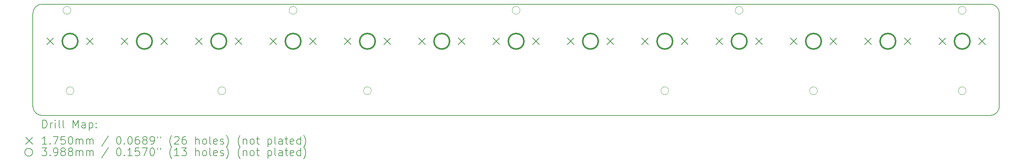
<source format=gbr>
%TF.GenerationSoftware,KiCad,Pcbnew,(6.0.9)*%
%TF.CreationDate,2023-04-02T22:47:38-05:00*%
%TF.ProjectId,Function Keys PCB,46756e63-7469-46f6-9e20-4b6579732050,rev?*%
%TF.SameCoordinates,Original*%
%TF.FileFunction,Drillmap*%
%TF.FilePolarity,Positive*%
%FSLAX45Y45*%
G04 Gerber Fmt 4.5, Leading zero omitted, Abs format (unit mm)*
G04 Created by KiCad (PCBNEW (6.0.9)) date 2023-04-02 22:47:38*
%MOMM*%
%LPD*%
G01*
G04 APERTURE LIST*
%ADD10C,0.100000*%
%ADD11C,0.150000*%
%ADD12C,0.200000*%
%ADD13C,0.175000*%
%ADD14C,0.398780*%
G04 APERTURE END LIST*
D10*
X7243750Y-7223125D02*
G75*
G03*
X7243750Y-7223125I-100000J0D01*
G01*
D11*
X26828750Y-7858125D02*
X2540000Y-7858125D01*
D10*
X20499375Y-5159375D02*
G75*
G03*
X20499375Y-5159375I-100000J0D01*
G01*
D11*
X2540000Y-5000625D02*
G75*
G03*
X2301875Y-5238750I0J-238125D01*
G01*
D10*
X14784375Y-5159375D02*
G75*
G03*
X14784375Y-5159375I-100000J0D01*
G01*
D11*
X27066875Y-5238750D02*
G75*
G03*
X26828750Y-5000625I-238125J0D01*
G01*
D10*
X3354375Y-7223125D02*
G75*
G03*
X3354375Y-7223125I-100000J0D01*
G01*
D11*
X2540000Y-5000625D02*
X26828750Y-5000625D01*
D10*
X18594375Y-7223125D02*
G75*
G03*
X18594375Y-7223125I-100000J0D01*
G01*
X26214375Y-5159375D02*
G75*
G03*
X26214375Y-5159375I-100000J0D01*
G01*
X10974375Y-7223125D02*
G75*
G03*
X10974375Y-7223125I-100000J0D01*
G01*
X9069375Y-5159375D02*
G75*
G03*
X9069375Y-5159375I-100000J0D01*
G01*
X26214375Y-7223125D02*
G75*
G03*
X26214375Y-7223125I-100000J0D01*
G01*
D11*
X2301875Y-7620000D02*
G75*
G03*
X2540000Y-7858125I238125J0D01*
G01*
X2301875Y-7620000D02*
X2301875Y-5238750D01*
D10*
X3275000Y-5159375D02*
G75*
G03*
X3275000Y-5159375I-100000J0D01*
G01*
D11*
X27066875Y-7620000D02*
X27066875Y-5238750D01*
D10*
X22404375Y-7223125D02*
G75*
G03*
X22404375Y-7223125I-100000J0D01*
G01*
D11*
X26828750Y-7858125D02*
G75*
G03*
X27066875Y-7620000I0J238125D01*
G01*
D12*
D13*
X2658875Y-5865625D02*
X2833875Y-6040625D01*
X2833875Y-5865625D02*
X2658875Y-6040625D01*
X3674875Y-5865625D02*
X3849875Y-6040625D01*
X3849875Y-5865625D02*
X3674875Y-6040625D01*
X4563875Y-5865625D02*
X4738875Y-6040625D01*
X4738875Y-5865625D02*
X4563875Y-6040625D01*
X5579875Y-5865625D02*
X5754875Y-6040625D01*
X5754875Y-5865625D02*
X5579875Y-6040625D01*
X6468875Y-5865625D02*
X6643875Y-6040625D01*
X6643875Y-5865625D02*
X6468875Y-6040625D01*
X7484875Y-5865625D02*
X7659875Y-6040625D01*
X7659875Y-5865625D02*
X7484875Y-6040625D01*
X8373875Y-5865625D02*
X8548875Y-6040625D01*
X8548875Y-5865625D02*
X8373875Y-6040625D01*
X9389875Y-5865625D02*
X9564875Y-6040625D01*
X9564875Y-5865625D02*
X9389875Y-6040625D01*
X10278875Y-5865625D02*
X10453875Y-6040625D01*
X10453875Y-5865625D02*
X10278875Y-6040625D01*
X11294875Y-5865625D02*
X11469875Y-6040625D01*
X11469875Y-5865625D02*
X11294875Y-6040625D01*
X12183875Y-5865625D02*
X12358875Y-6040625D01*
X12358875Y-5865625D02*
X12183875Y-6040625D01*
X13199875Y-5865625D02*
X13374875Y-6040625D01*
X13374875Y-5865625D02*
X13199875Y-6040625D01*
X14088875Y-5865625D02*
X14263875Y-6040625D01*
X14263875Y-5865625D02*
X14088875Y-6040625D01*
X15104875Y-5865625D02*
X15279875Y-6040625D01*
X15279875Y-5865625D02*
X15104875Y-6040625D01*
X15993875Y-5865625D02*
X16168875Y-6040625D01*
X16168875Y-5865625D02*
X15993875Y-6040625D01*
X17009875Y-5865625D02*
X17184875Y-6040625D01*
X17184875Y-5865625D02*
X17009875Y-6040625D01*
X17898875Y-5865625D02*
X18073875Y-6040625D01*
X18073875Y-5865625D02*
X17898875Y-6040625D01*
X18914875Y-5865625D02*
X19089875Y-6040625D01*
X19089875Y-5865625D02*
X18914875Y-6040625D01*
X19803875Y-5865625D02*
X19978875Y-6040625D01*
X19978875Y-5865625D02*
X19803875Y-6040625D01*
X20819875Y-5865625D02*
X20994875Y-6040625D01*
X20994875Y-5865625D02*
X20819875Y-6040625D01*
X21708875Y-5865625D02*
X21883875Y-6040625D01*
X21883875Y-5865625D02*
X21708875Y-6040625D01*
X22724875Y-5865625D02*
X22899875Y-6040625D01*
X22899875Y-5865625D02*
X22724875Y-6040625D01*
X23613875Y-5865625D02*
X23788875Y-6040625D01*
X23788875Y-5865625D02*
X23613875Y-6040625D01*
X24629875Y-5865625D02*
X24804875Y-6040625D01*
X24804875Y-5865625D02*
X24629875Y-6040625D01*
X25518875Y-5865625D02*
X25693875Y-6040625D01*
X25693875Y-5865625D02*
X25518875Y-6040625D01*
X26534875Y-5865625D02*
X26709875Y-6040625D01*
X26709875Y-5865625D02*
X26534875Y-6040625D01*
D14*
X3453765Y-5953125D02*
G75*
G03*
X3453765Y-5953125I-199390J0D01*
G01*
X5358765Y-5953125D02*
G75*
G03*
X5358765Y-5953125I-199390J0D01*
G01*
X7263765Y-5953125D02*
G75*
G03*
X7263765Y-5953125I-199390J0D01*
G01*
X9168765Y-5953125D02*
G75*
G03*
X9168765Y-5953125I-199390J0D01*
G01*
X11073765Y-5953125D02*
G75*
G03*
X11073765Y-5953125I-199390J0D01*
G01*
X12978765Y-5953125D02*
G75*
G03*
X12978765Y-5953125I-199390J0D01*
G01*
X14883765Y-5953125D02*
G75*
G03*
X14883765Y-5953125I-199390J0D01*
G01*
X16788765Y-5953125D02*
G75*
G03*
X16788765Y-5953125I-199390J0D01*
G01*
X18693765Y-5953125D02*
G75*
G03*
X18693765Y-5953125I-199390J0D01*
G01*
X20598765Y-5953125D02*
G75*
G03*
X20598765Y-5953125I-199390J0D01*
G01*
X22503765Y-5953125D02*
G75*
G03*
X22503765Y-5953125I-199390J0D01*
G01*
X24408765Y-5953125D02*
G75*
G03*
X24408765Y-5953125I-199390J0D01*
G01*
X26313765Y-5953125D02*
G75*
G03*
X26313765Y-5953125I-199390J0D01*
G01*
D12*
X2551994Y-8176101D02*
X2551994Y-7976101D01*
X2599613Y-7976101D01*
X2628185Y-7985625D01*
X2647232Y-8004673D01*
X2656756Y-8023720D01*
X2666280Y-8061815D01*
X2666280Y-8090387D01*
X2656756Y-8128482D01*
X2647232Y-8147530D01*
X2628185Y-8166577D01*
X2599613Y-8176101D01*
X2551994Y-8176101D01*
X2751994Y-8176101D02*
X2751994Y-8042768D01*
X2751994Y-8080863D02*
X2761518Y-8061815D01*
X2771042Y-8052292D01*
X2790089Y-8042768D01*
X2809137Y-8042768D01*
X2875803Y-8176101D02*
X2875803Y-8042768D01*
X2875803Y-7976101D02*
X2866280Y-7985625D01*
X2875803Y-7995149D01*
X2885327Y-7985625D01*
X2875803Y-7976101D01*
X2875803Y-7995149D01*
X2999613Y-8176101D02*
X2980565Y-8166577D01*
X2971042Y-8147530D01*
X2971042Y-7976101D01*
X3104375Y-8176101D02*
X3085327Y-8166577D01*
X3075803Y-8147530D01*
X3075803Y-7976101D01*
X3332946Y-8176101D02*
X3332946Y-7976101D01*
X3399613Y-8118958D01*
X3466280Y-7976101D01*
X3466280Y-8176101D01*
X3647232Y-8176101D02*
X3647232Y-8071339D01*
X3637708Y-8052292D01*
X3618661Y-8042768D01*
X3580565Y-8042768D01*
X3561518Y-8052292D01*
X3647232Y-8166577D02*
X3628184Y-8176101D01*
X3580565Y-8176101D01*
X3561518Y-8166577D01*
X3551994Y-8147530D01*
X3551994Y-8128482D01*
X3561518Y-8109434D01*
X3580565Y-8099911D01*
X3628184Y-8099911D01*
X3647232Y-8090387D01*
X3742470Y-8042768D02*
X3742470Y-8242768D01*
X3742470Y-8052292D02*
X3761518Y-8042768D01*
X3799613Y-8042768D01*
X3818661Y-8052292D01*
X3828184Y-8061815D01*
X3837708Y-8080863D01*
X3837708Y-8138006D01*
X3828184Y-8157053D01*
X3818661Y-8166577D01*
X3799613Y-8176101D01*
X3761518Y-8176101D01*
X3742470Y-8166577D01*
X3923423Y-8157053D02*
X3932946Y-8166577D01*
X3923423Y-8176101D01*
X3913899Y-8166577D01*
X3923423Y-8157053D01*
X3923423Y-8176101D01*
X3923423Y-8052292D02*
X3932946Y-8061815D01*
X3923423Y-8071339D01*
X3913899Y-8061815D01*
X3923423Y-8052292D01*
X3923423Y-8071339D01*
D13*
X2119375Y-8418125D02*
X2294375Y-8593125D01*
X2294375Y-8418125D02*
X2119375Y-8593125D01*
D12*
X2656756Y-8596101D02*
X2542470Y-8596101D01*
X2599613Y-8596101D02*
X2599613Y-8396101D01*
X2580565Y-8424673D01*
X2561518Y-8443720D01*
X2542470Y-8453244D01*
X2742470Y-8577054D02*
X2751994Y-8586577D01*
X2742470Y-8596101D01*
X2732946Y-8586577D01*
X2742470Y-8577054D01*
X2742470Y-8596101D01*
X2818661Y-8396101D02*
X2951994Y-8396101D01*
X2866280Y-8596101D01*
X3123423Y-8396101D02*
X3028184Y-8396101D01*
X3018661Y-8491339D01*
X3028184Y-8481815D01*
X3047232Y-8472292D01*
X3094851Y-8472292D01*
X3113899Y-8481815D01*
X3123423Y-8491339D01*
X3132946Y-8510387D01*
X3132946Y-8558006D01*
X3123423Y-8577054D01*
X3113899Y-8586577D01*
X3094851Y-8596101D01*
X3047232Y-8596101D01*
X3028184Y-8586577D01*
X3018661Y-8577054D01*
X3256756Y-8396101D02*
X3275803Y-8396101D01*
X3294851Y-8405625D01*
X3304375Y-8415149D01*
X3313899Y-8434196D01*
X3323423Y-8472292D01*
X3323423Y-8519911D01*
X3313899Y-8558006D01*
X3304375Y-8577054D01*
X3294851Y-8586577D01*
X3275803Y-8596101D01*
X3256756Y-8596101D01*
X3237708Y-8586577D01*
X3228184Y-8577054D01*
X3218661Y-8558006D01*
X3209137Y-8519911D01*
X3209137Y-8472292D01*
X3218661Y-8434196D01*
X3228184Y-8415149D01*
X3237708Y-8405625D01*
X3256756Y-8396101D01*
X3409137Y-8596101D02*
X3409137Y-8462768D01*
X3409137Y-8481815D02*
X3418661Y-8472292D01*
X3437708Y-8462768D01*
X3466280Y-8462768D01*
X3485327Y-8472292D01*
X3494851Y-8491339D01*
X3494851Y-8596101D01*
X3494851Y-8491339D02*
X3504375Y-8472292D01*
X3523423Y-8462768D01*
X3551994Y-8462768D01*
X3571042Y-8472292D01*
X3580565Y-8491339D01*
X3580565Y-8596101D01*
X3675803Y-8596101D02*
X3675803Y-8462768D01*
X3675803Y-8481815D02*
X3685327Y-8472292D01*
X3704375Y-8462768D01*
X3732946Y-8462768D01*
X3751994Y-8472292D01*
X3761518Y-8491339D01*
X3761518Y-8596101D01*
X3761518Y-8491339D02*
X3771042Y-8472292D01*
X3790089Y-8462768D01*
X3818661Y-8462768D01*
X3837708Y-8472292D01*
X3847232Y-8491339D01*
X3847232Y-8596101D01*
X4237708Y-8386577D02*
X4066280Y-8643720D01*
X4494851Y-8396101D02*
X4513899Y-8396101D01*
X4532946Y-8405625D01*
X4542470Y-8415149D01*
X4551994Y-8434196D01*
X4561518Y-8472292D01*
X4561518Y-8519911D01*
X4551994Y-8558006D01*
X4542470Y-8577054D01*
X4532946Y-8586577D01*
X4513899Y-8596101D01*
X4494851Y-8596101D01*
X4475804Y-8586577D01*
X4466280Y-8577054D01*
X4456756Y-8558006D01*
X4447232Y-8519911D01*
X4447232Y-8472292D01*
X4456756Y-8434196D01*
X4466280Y-8415149D01*
X4475804Y-8405625D01*
X4494851Y-8396101D01*
X4647232Y-8577054D02*
X4656756Y-8586577D01*
X4647232Y-8596101D01*
X4637708Y-8586577D01*
X4647232Y-8577054D01*
X4647232Y-8596101D01*
X4780565Y-8396101D02*
X4799613Y-8396101D01*
X4818661Y-8405625D01*
X4828185Y-8415149D01*
X4837708Y-8434196D01*
X4847232Y-8472292D01*
X4847232Y-8519911D01*
X4837708Y-8558006D01*
X4828185Y-8577054D01*
X4818661Y-8586577D01*
X4799613Y-8596101D01*
X4780565Y-8596101D01*
X4761518Y-8586577D01*
X4751994Y-8577054D01*
X4742470Y-8558006D01*
X4732946Y-8519911D01*
X4732946Y-8472292D01*
X4742470Y-8434196D01*
X4751994Y-8415149D01*
X4761518Y-8405625D01*
X4780565Y-8396101D01*
X5018661Y-8396101D02*
X4980565Y-8396101D01*
X4961518Y-8405625D01*
X4951994Y-8415149D01*
X4932946Y-8443720D01*
X4923423Y-8481815D01*
X4923423Y-8558006D01*
X4932946Y-8577054D01*
X4942470Y-8586577D01*
X4961518Y-8596101D01*
X4999613Y-8596101D01*
X5018661Y-8586577D01*
X5028185Y-8577054D01*
X5037708Y-8558006D01*
X5037708Y-8510387D01*
X5028185Y-8491339D01*
X5018661Y-8481815D01*
X4999613Y-8472292D01*
X4961518Y-8472292D01*
X4942470Y-8481815D01*
X4932946Y-8491339D01*
X4923423Y-8510387D01*
X5151994Y-8481815D02*
X5132946Y-8472292D01*
X5123423Y-8462768D01*
X5113899Y-8443720D01*
X5113899Y-8434196D01*
X5123423Y-8415149D01*
X5132946Y-8405625D01*
X5151994Y-8396101D01*
X5190089Y-8396101D01*
X5209137Y-8405625D01*
X5218661Y-8415149D01*
X5228185Y-8434196D01*
X5228185Y-8443720D01*
X5218661Y-8462768D01*
X5209137Y-8472292D01*
X5190089Y-8481815D01*
X5151994Y-8481815D01*
X5132946Y-8491339D01*
X5123423Y-8500863D01*
X5113899Y-8519911D01*
X5113899Y-8558006D01*
X5123423Y-8577054D01*
X5132946Y-8586577D01*
X5151994Y-8596101D01*
X5190089Y-8596101D01*
X5209137Y-8586577D01*
X5218661Y-8577054D01*
X5228185Y-8558006D01*
X5228185Y-8519911D01*
X5218661Y-8500863D01*
X5209137Y-8491339D01*
X5190089Y-8481815D01*
X5323423Y-8596101D02*
X5361518Y-8596101D01*
X5380565Y-8586577D01*
X5390089Y-8577054D01*
X5409137Y-8548482D01*
X5418661Y-8510387D01*
X5418661Y-8434196D01*
X5409137Y-8415149D01*
X5399613Y-8405625D01*
X5380565Y-8396101D01*
X5342470Y-8396101D01*
X5323423Y-8405625D01*
X5313899Y-8415149D01*
X5304375Y-8434196D01*
X5304375Y-8481815D01*
X5313899Y-8500863D01*
X5323423Y-8510387D01*
X5342470Y-8519911D01*
X5380565Y-8519911D01*
X5399613Y-8510387D01*
X5409137Y-8500863D01*
X5418661Y-8481815D01*
X5494851Y-8396101D02*
X5494851Y-8434196D01*
X5571042Y-8396101D02*
X5571042Y-8434196D01*
X5866280Y-8672292D02*
X5856756Y-8662768D01*
X5837708Y-8634196D01*
X5828184Y-8615149D01*
X5818661Y-8586577D01*
X5809137Y-8538958D01*
X5809137Y-8500863D01*
X5818661Y-8453244D01*
X5828184Y-8424673D01*
X5837708Y-8405625D01*
X5856756Y-8377053D01*
X5866280Y-8367530D01*
X5932946Y-8415149D02*
X5942470Y-8405625D01*
X5961518Y-8396101D01*
X6009137Y-8396101D01*
X6028184Y-8405625D01*
X6037708Y-8415149D01*
X6047232Y-8434196D01*
X6047232Y-8453244D01*
X6037708Y-8481815D01*
X5923423Y-8596101D01*
X6047232Y-8596101D01*
X6218661Y-8396101D02*
X6180565Y-8396101D01*
X6161518Y-8405625D01*
X6151994Y-8415149D01*
X6132946Y-8443720D01*
X6123423Y-8481815D01*
X6123423Y-8558006D01*
X6132946Y-8577054D01*
X6142470Y-8586577D01*
X6161518Y-8596101D01*
X6199613Y-8596101D01*
X6218661Y-8586577D01*
X6228184Y-8577054D01*
X6237708Y-8558006D01*
X6237708Y-8510387D01*
X6228184Y-8491339D01*
X6218661Y-8481815D01*
X6199613Y-8472292D01*
X6161518Y-8472292D01*
X6142470Y-8481815D01*
X6132946Y-8491339D01*
X6123423Y-8510387D01*
X6475803Y-8596101D02*
X6475803Y-8396101D01*
X6561518Y-8596101D02*
X6561518Y-8491339D01*
X6551994Y-8472292D01*
X6532946Y-8462768D01*
X6504375Y-8462768D01*
X6485327Y-8472292D01*
X6475803Y-8481815D01*
X6685327Y-8596101D02*
X6666280Y-8586577D01*
X6656756Y-8577054D01*
X6647232Y-8558006D01*
X6647232Y-8500863D01*
X6656756Y-8481815D01*
X6666280Y-8472292D01*
X6685327Y-8462768D01*
X6713899Y-8462768D01*
X6732946Y-8472292D01*
X6742470Y-8481815D01*
X6751994Y-8500863D01*
X6751994Y-8558006D01*
X6742470Y-8577054D01*
X6732946Y-8586577D01*
X6713899Y-8596101D01*
X6685327Y-8596101D01*
X6866280Y-8596101D02*
X6847232Y-8586577D01*
X6837708Y-8567530D01*
X6837708Y-8396101D01*
X7018661Y-8586577D02*
X6999613Y-8596101D01*
X6961518Y-8596101D01*
X6942470Y-8586577D01*
X6932946Y-8567530D01*
X6932946Y-8491339D01*
X6942470Y-8472292D01*
X6961518Y-8462768D01*
X6999613Y-8462768D01*
X7018661Y-8472292D01*
X7028184Y-8491339D01*
X7028184Y-8510387D01*
X6932946Y-8529435D01*
X7104375Y-8586577D02*
X7123423Y-8596101D01*
X7161518Y-8596101D01*
X7180565Y-8586577D01*
X7190089Y-8567530D01*
X7190089Y-8558006D01*
X7180565Y-8538958D01*
X7161518Y-8529435D01*
X7132946Y-8529435D01*
X7113899Y-8519911D01*
X7104375Y-8500863D01*
X7104375Y-8491339D01*
X7113899Y-8472292D01*
X7132946Y-8462768D01*
X7161518Y-8462768D01*
X7180565Y-8472292D01*
X7256756Y-8672292D02*
X7266280Y-8662768D01*
X7285327Y-8634196D01*
X7294851Y-8615149D01*
X7304375Y-8586577D01*
X7313899Y-8538958D01*
X7313899Y-8500863D01*
X7304375Y-8453244D01*
X7294851Y-8424673D01*
X7285327Y-8405625D01*
X7266280Y-8377053D01*
X7256756Y-8367530D01*
X7618661Y-8672292D02*
X7609137Y-8662768D01*
X7590089Y-8634196D01*
X7580565Y-8615149D01*
X7571042Y-8586577D01*
X7561518Y-8538958D01*
X7561518Y-8500863D01*
X7571042Y-8453244D01*
X7580565Y-8424673D01*
X7590089Y-8405625D01*
X7609137Y-8377053D01*
X7618661Y-8367530D01*
X7694851Y-8462768D02*
X7694851Y-8596101D01*
X7694851Y-8481815D02*
X7704375Y-8472292D01*
X7723423Y-8462768D01*
X7751994Y-8462768D01*
X7771042Y-8472292D01*
X7780565Y-8491339D01*
X7780565Y-8596101D01*
X7904375Y-8596101D02*
X7885327Y-8586577D01*
X7875803Y-8577054D01*
X7866280Y-8558006D01*
X7866280Y-8500863D01*
X7875803Y-8481815D01*
X7885327Y-8472292D01*
X7904375Y-8462768D01*
X7932946Y-8462768D01*
X7951994Y-8472292D01*
X7961518Y-8481815D01*
X7971042Y-8500863D01*
X7971042Y-8558006D01*
X7961518Y-8577054D01*
X7951994Y-8586577D01*
X7932946Y-8596101D01*
X7904375Y-8596101D01*
X8028184Y-8462768D02*
X8104375Y-8462768D01*
X8056756Y-8396101D02*
X8056756Y-8567530D01*
X8066280Y-8586577D01*
X8085327Y-8596101D01*
X8104375Y-8596101D01*
X8323423Y-8462768D02*
X8323423Y-8662768D01*
X8323423Y-8472292D02*
X8342470Y-8462768D01*
X8380565Y-8462768D01*
X8399613Y-8472292D01*
X8409137Y-8481815D01*
X8418661Y-8500863D01*
X8418661Y-8558006D01*
X8409137Y-8577054D01*
X8399613Y-8586577D01*
X8380565Y-8596101D01*
X8342470Y-8596101D01*
X8323423Y-8586577D01*
X8532946Y-8596101D02*
X8513899Y-8586577D01*
X8504375Y-8567530D01*
X8504375Y-8396101D01*
X8694851Y-8596101D02*
X8694851Y-8491339D01*
X8685327Y-8472292D01*
X8666280Y-8462768D01*
X8628185Y-8462768D01*
X8609137Y-8472292D01*
X8694851Y-8586577D02*
X8675804Y-8596101D01*
X8628185Y-8596101D01*
X8609137Y-8586577D01*
X8599613Y-8567530D01*
X8599613Y-8548482D01*
X8609137Y-8529435D01*
X8628185Y-8519911D01*
X8675804Y-8519911D01*
X8694851Y-8510387D01*
X8761518Y-8462768D02*
X8837708Y-8462768D01*
X8790089Y-8396101D02*
X8790089Y-8567530D01*
X8799613Y-8586577D01*
X8818661Y-8596101D01*
X8837708Y-8596101D01*
X8980565Y-8586577D02*
X8961518Y-8596101D01*
X8923423Y-8596101D01*
X8904375Y-8586577D01*
X8894851Y-8567530D01*
X8894851Y-8491339D01*
X8904375Y-8472292D01*
X8923423Y-8462768D01*
X8961518Y-8462768D01*
X8980565Y-8472292D01*
X8990089Y-8491339D01*
X8990089Y-8510387D01*
X8894851Y-8529435D01*
X9161518Y-8596101D02*
X9161518Y-8396101D01*
X9161518Y-8586577D02*
X9142470Y-8596101D01*
X9104375Y-8596101D01*
X9085327Y-8586577D01*
X9075804Y-8577054D01*
X9066280Y-8558006D01*
X9066280Y-8500863D01*
X9075804Y-8481815D01*
X9085327Y-8472292D01*
X9104375Y-8462768D01*
X9142470Y-8462768D01*
X9161518Y-8472292D01*
X9237708Y-8672292D02*
X9247232Y-8662768D01*
X9266280Y-8634196D01*
X9275804Y-8615149D01*
X9285327Y-8586577D01*
X9294851Y-8538958D01*
X9294851Y-8500863D01*
X9285327Y-8453244D01*
X9275804Y-8424673D01*
X9266280Y-8405625D01*
X9247232Y-8377053D01*
X9237708Y-8367530D01*
X2294375Y-8800625D02*
G75*
G03*
X2294375Y-8800625I-100000J0D01*
G01*
X2532946Y-8691101D02*
X2656756Y-8691101D01*
X2590089Y-8767292D01*
X2618661Y-8767292D01*
X2637708Y-8776815D01*
X2647232Y-8786339D01*
X2656756Y-8805387D01*
X2656756Y-8853006D01*
X2647232Y-8872054D01*
X2637708Y-8881577D01*
X2618661Y-8891101D01*
X2561518Y-8891101D01*
X2542470Y-8881577D01*
X2532946Y-8872054D01*
X2742470Y-8872054D02*
X2751994Y-8881577D01*
X2742470Y-8891101D01*
X2732946Y-8881577D01*
X2742470Y-8872054D01*
X2742470Y-8891101D01*
X2847232Y-8891101D02*
X2885327Y-8891101D01*
X2904375Y-8881577D01*
X2913899Y-8872054D01*
X2932946Y-8843482D01*
X2942470Y-8805387D01*
X2942470Y-8729196D01*
X2932946Y-8710149D01*
X2923423Y-8700625D01*
X2904375Y-8691101D01*
X2866280Y-8691101D01*
X2847232Y-8700625D01*
X2837708Y-8710149D01*
X2828184Y-8729196D01*
X2828184Y-8776815D01*
X2837708Y-8795863D01*
X2847232Y-8805387D01*
X2866280Y-8814911D01*
X2904375Y-8814911D01*
X2923423Y-8805387D01*
X2932946Y-8795863D01*
X2942470Y-8776815D01*
X3056756Y-8776815D02*
X3037708Y-8767292D01*
X3028184Y-8757768D01*
X3018661Y-8738720D01*
X3018661Y-8729196D01*
X3028184Y-8710149D01*
X3037708Y-8700625D01*
X3056756Y-8691101D01*
X3094851Y-8691101D01*
X3113899Y-8700625D01*
X3123423Y-8710149D01*
X3132946Y-8729196D01*
X3132946Y-8738720D01*
X3123423Y-8757768D01*
X3113899Y-8767292D01*
X3094851Y-8776815D01*
X3056756Y-8776815D01*
X3037708Y-8786339D01*
X3028184Y-8795863D01*
X3018661Y-8814911D01*
X3018661Y-8853006D01*
X3028184Y-8872054D01*
X3037708Y-8881577D01*
X3056756Y-8891101D01*
X3094851Y-8891101D01*
X3113899Y-8881577D01*
X3123423Y-8872054D01*
X3132946Y-8853006D01*
X3132946Y-8814911D01*
X3123423Y-8795863D01*
X3113899Y-8786339D01*
X3094851Y-8776815D01*
X3247232Y-8776815D02*
X3228184Y-8767292D01*
X3218661Y-8757768D01*
X3209137Y-8738720D01*
X3209137Y-8729196D01*
X3218661Y-8710149D01*
X3228184Y-8700625D01*
X3247232Y-8691101D01*
X3285327Y-8691101D01*
X3304375Y-8700625D01*
X3313899Y-8710149D01*
X3323423Y-8729196D01*
X3323423Y-8738720D01*
X3313899Y-8757768D01*
X3304375Y-8767292D01*
X3285327Y-8776815D01*
X3247232Y-8776815D01*
X3228184Y-8786339D01*
X3218661Y-8795863D01*
X3209137Y-8814911D01*
X3209137Y-8853006D01*
X3218661Y-8872054D01*
X3228184Y-8881577D01*
X3247232Y-8891101D01*
X3285327Y-8891101D01*
X3304375Y-8881577D01*
X3313899Y-8872054D01*
X3323423Y-8853006D01*
X3323423Y-8814911D01*
X3313899Y-8795863D01*
X3304375Y-8786339D01*
X3285327Y-8776815D01*
X3409137Y-8891101D02*
X3409137Y-8757768D01*
X3409137Y-8776815D02*
X3418661Y-8767292D01*
X3437708Y-8757768D01*
X3466280Y-8757768D01*
X3485327Y-8767292D01*
X3494851Y-8786339D01*
X3494851Y-8891101D01*
X3494851Y-8786339D02*
X3504375Y-8767292D01*
X3523423Y-8757768D01*
X3551994Y-8757768D01*
X3571042Y-8767292D01*
X3580565Y-8786339D01*
X3580565Y-8891101D01*
X3675803Y-8891101D02*
X3675803Y-8757768D01*
X3675803Y-8776815D02*
X3685327Y-8767292D01*
X3704375Y-8757768D01*
X3732946Y-8757768D01*
X3751994Y-8767292D01*
X3761518Y-8786339D01*
X3761518Y-8891101D01*
X3761518Y-8786339D02*
X3771042Y-8767292D01*
X3790089Y-8757768D01*
X3818661Y-8757768D01*
X3837708Y-8767292D01*
X3847232Y-8786339D01*
X3847232Y-8891101D01*
X4237708Y-8681577D02*
X4066280Y-8938720D01*
X4494851Y-8691101D02*
X4513899Y-8691101D01*
X4532946Y-8700625D01*
X4542470Y-8710149D01*
X4551994Y-8729196D01*
X4561518Y-8767292D01*
X4561518Y-8814911D01*
X4551994Y-8853006D01*
X4542470Y-8872054D01*
X4532946Y-8881577D01*
X4513899Y-8891101D01*
X4494851Y-8891101D01*
X4475804Y-8881577D01*
X4466280Y-8872054D01*
X4456756Y-8853006D01*
X4447232Y-8814911D01*
X4447232Y-8767292D01*
X4456756Y-8729196D01*
X4466280Y-8710149D01*
X4475804Y-8700625D01*
X4494851Y-8691101D01*
X4647232Y-8872054D02*
X4656756Y-8881577D01*
X4647232Y-8891101D01*
X4637708Y-8881577D01*
X4647232Y-8872054D01*
X4647232Y-8891101D01*
X4847232Y-8891101D02*
X4732946Y-8891101D01*
X4790089Y-8891101D02*
X4790089Y-8691101D01*
X4771042Y-8719673D01*
X4751994Y-8738720D01*
X4732946Y-8748244D01*
X5028185Y-8691101D02*
X4932946Y-8691101D01*
X4923423Y-8786339D01*
X4932946Y-8776815D01*
X4951994Y-8767292D01*
X4999613Y-8767292D01*
X5018661Y-8776815D01*
X5028185Y-8786339D01*
X5037708Y-8805387D01*
X5037708Y-8853006D01*
X5028185Y-8872054D01*
X5018661Y-8881577D01*
X4999613Y-8891101D01*
X4951994Y-8891101D01*
X4932946Y-8881577D01*
X4923423Y-8872054D01*
X5104375Y-8691101D02*
X5237708Y-8691101D01*
X5151994Y-8891101D01*
X5351994Y-8691101D02*
X5371042Y-8691101D01*
X5390089Y-8700625D01*
X5399613Y-8710149D01*
X5409137Y-8729196D01*
X5418661Y-8767292D01*
X5418661Y-8814911D01*
X5409137Y-8853006D01*
X5399613Y-8872054D01*
X5390089Y-8881577D01*
X5371042Y-8891101D01*
X5351994Y-8891101D01*
X5332946Y-8881577D01*
X5323423Y-8872054D01*
X5313899Y-8853006D01*
X5304375Y-8814911D01*
X5304375Y-8767292D01*
X5313899Y-8729196D01*
X5323423Y-8710149D01*
X5332946Y-8700625D01*
X5351994Y-8691101D01*
X5494851Y-8691101D02*
X5494851Y-8729196D01*
X5571042Y-8691101D02*
X5571042Y-8729196D01*
X5866280Y-8967292D02*
X5856756Y-8957768D01*
X5837708Y-8929196D01*
X5828184Y-8910149D01*
X5818661Y-8881577D01*
X5809137Y-8833958D01*
X5809137Y-8795863D01*
X5818661Y-8748244D01*
X5828184Y-8719673D01*
X5837708Y-8700625D01*
X5856756Y-8672054D01*
X5866280Y-8662530D01*
X6047232Y-8891101D02*
X5932946Y-8891101D01*
X5990089Y-8891101D02*
X5990089Y-8691101D01*
X5971042Y-8719673D01*
X5951994Y-8738720D01*
X5932946Y-8748244D01*
X6113899Y-8691101D02*
X6237708Y-8691101D01*
X6171042Y-8767292D01*
X6199613Y-8767292D01*
X6218661Y-8776815D01*
X6228184Y-8786339D01*
X6237708Y-8805387D01*
X6237708Y-8853006D01*
X6228184Y-8872054D01*
X6218661Y-8881577D01*
X6199613Y-8891101D01*
X6142470Y-8891101D01*
X6123423Y-8881577D01*
X6113899Y-8872054D01*
X6475803Y-8891101D02*
X6475803Y-8691101D01*
X6561518Y-8891101D02*
X6561518Y-8786339D01*
X6551994Y-8767292D01*
X6532946Y-8757768D01*
X6504375Y-8757768D01*
X6485327Y-8767292D01*
X6475803Y-8776815D01*
X6685327Y-8891101D02*
X6666280Y-8881577D01*
X6656756Y-8872054D01*
X6647232Y-8853006D01*
X6647232Y-8795863D01*
X6656756Y-8776815D01*
X6666280Y-8767292D01*
X6685327Y-8757768D01*
X6713899Y-8757768D01*
X6732946Y-8767292D01*
X6742470Y-8776815D01*
X6751994Y-8795863D01*
X6751994Y-8853006D01*
X6742470Y-8872054D01*
X6732946Y-8881577D01*
X6713899Y-8891101D01*
X6685327Y-8891101D01*
X6866280Y-8891101D02*
X6847232Y-8881577D01*
X6837708Y-8862530D01*
X6837708Y-8691101D01*
X7018661Y-8881577D02*
X6999613Y-8891101D01*
X6961518Y-8891101D01*
X6942470Y-8881577D01*
X6932946Y-8862530D01*
X6932946Y-8786339D01*
X6942470Y-8767292D01*
X6961518Y-8757768D01*
X6999613Y-8757768D01*
X7018661Y-8767292D01*
X7028184Y-8786339D01*
X7028184Y-8805387D01*
X6932946Y-8824435D01*
X7104375Y-8881577D02*
X7123423Y-8891101D01*
X7161518Y-8891101D01*
X7180565Y-8881577D01*
X7190089Y-8862530D01*
X7190089Y-8853006D01*
X7180565Y-8833958D01*
X7161518Y-8824435D01*
X7132946Y-8824435D01*
X7113899Y-8814911D01*
X7104375Y-8795863D01*
X7104375Y-8786339D01*
X7113899Y-8767292D01*
X7132946Y-8757768D01*
X7161518Y-8757768D01*
X7180565Y-8767292D01*
X7256756Y-8967292D02*
X7266280Y-8957768D01*
X7285327Y-8929196D01*
X7294851Y-8910149D01*
X7304375Y-8881577D01*
X7313899Y-8833958D01*
X7313899Y-8795863D01*
X7304375Y-8748244D01*
X7294851Y-8719673D01*
X7285327Y-8700625D01*
X7266280Y-8672054D01*
X7256756Y-8662530D01*
X7618661Y-8967292D02*
X7609137Y-8957768D01*
X7590089Y-8929196D01*
X7580565Y-8910149D01*
X7571042Y-8881577D01*
X7561518Y-8833958D01*
X7561518Y-8795863D01*
X7571042Y-8748244D01*
X7580565Y-8719673D01*
X7590089Y-8700625D01*
X7609137Y-8672054D01*
X7618661Y-8662530D01*
X7694851Y-8757768D02*
X7694851Y-8891101D01*
X7694851Y-8776815D02*
X7704375Y-8767292D01*
X7723423Y-8757768D01*
X7751994Y-8757768D01*
X7771042Y-8767292D01*
X7780565Y-8786339D01*
X7780565Y-8891101D01*
X7904375Y-8891101D02*
X7885327Y-8881577D01*
X7875803Y-8872054D01*
X7866280Y-8853006D01*
X7866280Y-8795863D01*
X7875803Y-8776815D01*
X7885327Y-8767292D01*
X7904375Y-8757768D01*
X7932946Y-8757768D01*
X7951994Y-8767292D01*
X7961518Y-8776815D01*
X7971042Y-8795863D01*
X7971042Y-8853006D01*
X7961518Y-8872054D01*
X7951994Y-8881577D01*
X7932946Y-8891101D01*
X7904375Y-8891101D01*
X8028184Y-8757768D02*
X8104375Y-8757768D01*
X8056756Y-8691101D02*
X8056756Y-8862530D01*
X8066280Y-8881577D01*
X8085327Y-8891101D01*
X8104375Y-8891101D01*
X8323423Y-8757768D02*
X8323423Y-8957768D01*
X8323423Y-8767292D02*
X8342470Y-8757768D01*
X8380565Y-8757768D01*
X8399613Y-8767292D01*
X8409137Y-8776815D01*
X8418661Y-8795863D01*
X8418661Y-8853006D01*
X8409137Y-8872054D01*
X8399613Y-8881577D01*
X8380565Y-8891101D01*
X8342470Y-8891101D01*
X8323423Y-8881577D01*
X8532946Y-8891101D02*
X8513899Y-8881577D01*
X8504375Y-8862530D01*
X8504375Y-8691101D01*
X8694851Y-8891101D02*
X8694851Y-8786339D01*
X8685327Y-8767292D01*
X8666280Y-8757768D01*
X8628185Y-8757768D01*
X8609137Y-8767292D01*
X8694851Y-8881577D02*
X8675804Y-8891101D01*
X8628185Y-8891101D01*
X8609137Y-8881577D01*
X8599613Y-8862530D01*
X8599613Y-8843482D01*
X8609137Y-8824435D01*
X8628185Y-8814911D01*
X8675804Y-8814911D01*
X8694851Y-8805387D01*
X8761518Y-8757768D02*
X8837708Y-8757768D01*
X8790089Y-8691101D02*
X8790089Y-8862530D01*
X8799613Y-8881577D01*
X8818661Y-8891101D01*
X8837708Y-8891101D01*
X8980565Y-8881577D02*
X8961518Y-8891101D01*
X8923423Y-8891101D01*
X8904375Y-8881577D01*
X8894851Y-8862530D01*
X8894851Y-8786339D01*
X8904375Y-8767292D01*
X8923423Y-8757768D01*
X8961518Y-8757768D01*
X8980565Y-8767292D01*
X8990089Y-8786339D01*
X8990089Y-8805387D01*
X8894851Y-8824435D01*
X9161518Y-8891101D02*
X9161518Y-8691101D01*
X9161518Y-8881577D02*
X9142470Y-8891101D01*
X9104375Y-8891101D01*
X9085327Y-8881577D01*
X9075804Y-8872054D01*
X9066280Y-8853006D01*
X9066280Y-8795863D01*
X9075804Y-8776815D01*
X9085327Y-8767292D01*
X9104375Y-8757768D01*
X9142470Y-8757768D01*
X9161518Y-8767292D01*
X9237708Y-8967292D02*
X9247232Y-8957768D01*
X9266280Y-8929196D01*
X9275804Y-8910149D01*
X9285327Y-8881577D01*
X9294851Y-8833958D01*
X9294851Y-8795863D01*
X9285327Y-8748244D01*
X9275804Y-8719673D01*
X9266280Y-8700625D01*
X9247232Y-8672054D01*
X9237708Y-8662530D01*
M02*

</source>
